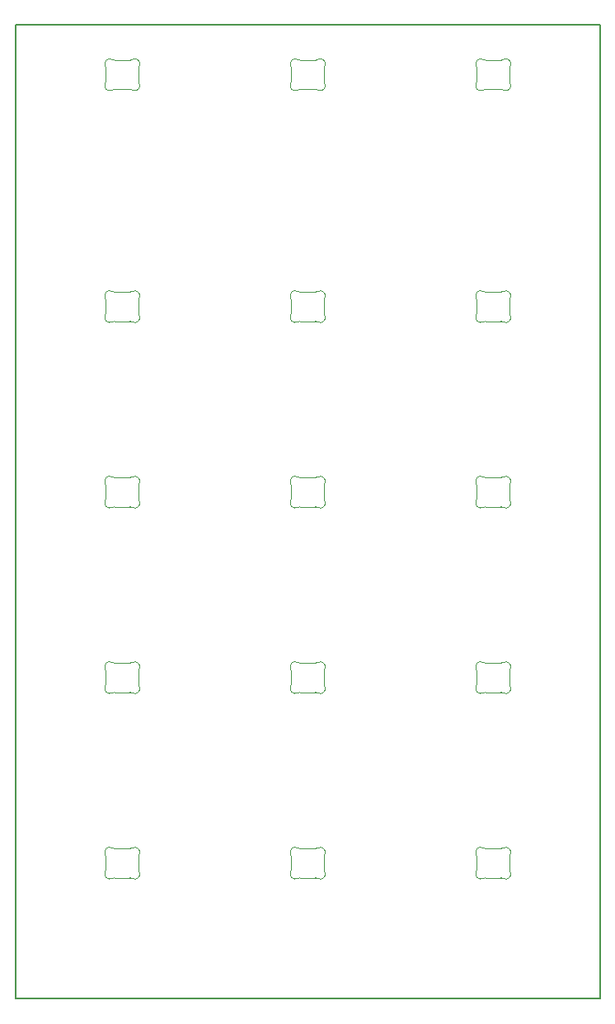
<source format=gbr>
%TF.GenerationSoftware,KiCad,Pcbnew,(6.0.2)*%
%TF.CreationDate,2022-02-17T20:40:29-08:00*%
%TF.ProjectId,keeb test board,6b656562-2074-4657-9374-20626f617264,rev?*%
%TF.SameCoordinates,Original*%
%TF.FileFunction,Profile,NP*%
%FSLAX46Y46*%
G04 Gerber Fmt 4.6, Leading zero omitted, Abs format (unit mm)*
G04 Created by KiCad (PCBNEW (6.0.2)) date 2022-02-17 20:40:29*
%MOMM*%
%LPD*%
G01*
G04 APERTURE LIST*
%TA.AperFunction,Profile*%
%ADD10C,0.200000*%
%TD*%
%TA.AperFunction,Profile*%
%ADD11C,0.100000*%
%TD*%
G04 APERTURE END LIST*
D10*
X62156320Y-56661180D02*
X122156320Y-56661180D01*
X122156320Y-56661180D02*
X122156320Y-156661180D01*
X122156320Y-156661180D02*
X62156320Y-156661180D01*
X62156320Y-156661180D02*
X62156320Y-56661180D01*
D11*
%TO.C,D11*%
X71410001Y-105352843D02*
X71410001Y-103947159D01*
X72315548Y-103150001D02*
X73904452Y-103150001D01*
X74809999Y-103947159D02*
X74809999Y-105352843D01*
X73904452Y-106150000D02*
X72315547Y-106150000D01*
X72315547Y-106150000D02*
G75*
G03*
X72063289Y-106218299I3J-500009D01*
G01*
X72063289Y-103081702D02*
G75*
G03*
X72315548Y-103150001I252261J431710D01*
G01*
X74156711Y-106218300D02*
G75*
G03*
X74859484Y-105569721I252258J431701D01*
G01*
X71360516Y-105569721D02*
G75*
G03*
X71410001Y-105352844I-450505J216876D01*
G01*
X71410001Y-103947159D02*
G75*
G03*
X71360516Y-103730281I-499990J2D01*
G01*
X74809999Y-105352843D02*
G75*
G03*
X74859484Y-105569721I499990J-2D01*
G01*
X73904452Y-103150001D02*
G75*
G03*
X74156710Y-103081702I-3J500009D01*
G01*
X71360517Y-105569721D02*
G75*
G03*
X72063289Y-106218299I450514J-216878D01*
G01*
X74156711Y-106218300D02*
G75*
G03*
X73904453Y-106150001I-252261J-431710D01*
G01*
X74859484Y-103730281D02*
G75*
G03*
X74809999Y-103947158I450505J-216876D01*
G01*
X72063289Y-103081702D02*
G75*
G03*
X71360516Y-103730282I-252259J-431700D01*
G01*
X74859484Y-103730281D02*
G75*
G03*
X74156711Y-103081704I-450515J216877D01*
G01*
%TO.C,D15*%
X112004452Y-63287500D02*
X110415547Y-63287500D01*
X110415548Y-60287501D02*
X112004452Y-60287501D01*
X112909999Y-61084659D02*
X112909999Y-62490343D01*
X109510001Y-62490343D02*
X109510001Y-61084659D01*
X110415547Y-63287500D02*
G75*
G03*
X110163289Y-63355799I3J-500009D01*
G01*
X109460516Y-62707221D02*
G75*
G03*
X109510001Y-62490344I-450505J216876D01*
G01*
X112909999Y-62490343D02*
G75*
G03*
X112959484Y-62707221I499990J-2D01*
G01*
X112256711Y-63355800D02*
G75*
G03*
X112004453Y-63287501I-252261J-431710D01*
G01*
X112256711Y-63355800D02*
G75*
G03*
X112959484Y-62707221I252258J431701D01*
G01*
X110163289Y-60219202D02*
G75*
G03*
X109460516Y-60867782I-252259J-431700D01*
G01*
X112004452Y-60287501D02*
G75*
G03*
X112256710Y-60219202I-3J500009D01*
G01*
X110163289Y-60219202D02*
G75*
G03*
X110415548Y-60287501I252261J431710D01*
G01*
X112959484Y-60867781D02*
G75*
G03*
X112256711Y-60219204I-450515J216877D01*
G01*
X112959484Y-60867781D02*
G75*
G03*
X112909999Y-61084658I450505J-216876D01*
G01*
X109460517Y-62707221D02*
G75*
G03*
X110163289Y-63355799I450514J-216878D01*
G01*
X109510001Y-61084659D02*
G75*
G03*
X109460516Y-60867781I-499990J2D01*
G01*
%TO.C,D3*%
X112909999Y-103947159D02*
X112909999Y-105352843D01*
X109510001Y-105352843D02*
X109510001Y-103947159D01*
X112004452Y-106150000D02*
X110415547Y-106150000D01*
X110415548Y-103150001D02*
X112004452Y-103150001D01*
X109460516Y-105569721D02*
G75*
G03*
X109510001Y-105352844I-450505J216876D01*
G01*
X110163289Y-103081702D02*
G75*
G03*
X110415548Y-103150001I252261J431710D01*
G01*
X112256711Y-106218300D02*
G75*
G03*
X112959484Y-105569721I252258J431701D01*
G01*
X112959484Y-103730281D02*
G75*
G03*
X112256711Y-103081704I-450515J216877D01*
G01*
X112959484Y-103730281D02*
G75*
G03*
X112909999Y-103947158I450505J-216876D01*
G01*
X110163289Y-103081702D02*
G75*
G03*
X109460516Y-103730282I-252259J-431700D01*
G01*
X109460517Y-105569721D02*
G75*
G03*
X110163289Y-106218299I450514J-216878D01*
G01*
X112004452Y-103150001D02*
G75*
G03*
X112256710Y-103081702I-3J500009D01*
G01*
X110415547Y-106150000D02*
G75*
G03*
X110163289Y-106218299I3J-500009D01*
G01*
X112909999Y-105352843D02*
G75*
G03*
X112959484Y-105569721I499990J-2D01*
G01*
X112256711Y-106218300D02*
G75*
G03*
X112004453Y-106150001I-252261J-431710D01*
G01*
X109510001Y-103947159D02*
G75*
G03*
X109460516Y-103730281I-499990J2D01*
G01*
%TO.C,D7*%
X91365548Y-122200001D02*
X92954452Y-122200001D01*
X93859999Y-122997159D02*
X93859999Y-124402843D01*
X92954452Y-125200000D02*
X91365547Y-125200000D01*
X90460001Y-124402843D02*
X90460001Y-122997159D01*
X91365547Y-125200000D02*
G75*
G03*
X91113289Y-125268299I3J-500009D01*
G01*
X93909484Y-122780281D02*
G75*
G03*
X93206711Y-122131704I-450515J216877D01*
G01*
X93909484Y-122780281D02*
G75*
G03*
X93859999Y-122997158I450505J-216876D01*
G01*
X91113289Y-122131702D02*
G75*
G03*
X91365548Y-122200001I252261J431710D01*
G01*
X90410517Y-124619721D02*
G75*
G03*
X91113289Y-125268299I450514J-216878D01*
G01*
X90460001Y-122997159D02*
G75*
G03*
X90410516Y-122780281I-499990J2D01*
G01*
X93859999Y-124402843D02*
G75*
G03*
X93909484Y-124619721I499990J-2D01*
G01*
X90410516Y-124619721D02*
G75*
G03*
X90460001Y-124402844I-450505J216876D01*
G01*
X93206711Y-125268300D02*
G75*
G03*
X92954453Y-125200001I-252261J-431710D01*
G01*
X91113289Y-122131702D02*
G75*
G03*
X90410516Y-122780282I-252259J-431700D01*
G01*
X92954452Y-122200001D02*
G75*
G03*
X93206710Y-122131702I-3J500009D01*
G01*
X93206711Y-125268300D02*
G75*
G03*
X93909484Y-124619721I252258J431701D01*
G01*
%TO.C,D14*%
X91365548Y-60287501D02*
X92954452Y-60287501D01*
X92954452Y-63287500D02*
X91365547Y-63287500D01*
X90460001Y-62490343D02*
X90460001Y-61084659D01*
X93859999Y-61084659D02*
X93859999Y-62490343D01*
X93909484Y-60867781D02*
G75*
G03*
X93206711Y-60219204I-450515J216877D01*
G01*
X91113289Y-60219202D02*
G75*
G03*
X90410516Y-60867782I-252259J-431700D01*
G01*
X93909484Y-60867781D02*
G75*
G03*
X93859999Y-61084658I450505J-216876D01*
G01*
X92954452Y-60287501D02*
G75*
G03*
X93206710Y-60219202I-3J500009D01*
G01*
X91113289Y-60219202D02*
G75*
G03*
X91365548Y-60287501I252261J431710D01*
G01*
X93859999Y-62490343D02*
G75*
G03*
X93909484Y-62707221I499990J-2D01*
G01*
X91365547Y-63287500D02*
G75*
G03*
X91113289Y-63355799I3J-500009D01*
G01*
X90410517Y-62707221D02*
G75*
G03*
X91113289Y-63355799I450514J-216878D01*
G01*
X93206711Y-63355800D02*
G75*
G03*
X92954453Y-63287501I-252261J-431710D01*
G01*
X90410516Y-62707221D02*
G75*
G03*
X90460001Y-62490344I-450505J216876D01*
G01*
X93206711Y-63355800D02*
G75*
G03*
X93909484Y-62707221I252258J431701D01*
G01*
X90460001Y-61084659D02*
G75*
G03*
X90410516Y-60867781I-499990J2D01*
G01*
%TO.C,D2*%
X112909999Y-122997159D02*
X112909999Y-124402843D01*
X110415548Y-122200001D02*
X112004452Y-122200001D01*
X109510001Y-124402843D02*
X109510001Y-122997159D01*
X112004452Y-125200000D02*
X110415547Y-125200000D01*
X109460516Y-124619721D02*
G75*
G03*
X109510001Y-124402844I-450505J216876D01*
G01*
X109460517Y-124619721D02*
G75*
G03*
X110163289Y-125268299I450514J-216878D01*
G01*
X112909999Y-124402843D02*
G75*
G03*
X112959484Y-124619721I499990J-2D01*
G01*
X110163289Y-122131702D02*
G75*
G03*
X109460516Y-122780282I-252259J-431700D01*
G01*
X112256711Y-125268300D02*
G75*
G03*
X112004453Y-125200001I-252261J-431710D01*
G01*
X112959484Y-122780281D02*
G75*
G03*
X112909999Y-122997158I450505J-216876D01*
G01*
X110163289Y-122131702D02*
G75*
G03*
X110415548Y-122200001I252261J431710D01*
G01*
X109510001Y-122997159D02*
G75*
G03*
X109460516Y-122780281I-499990J2D01*
G01*
X112959484Y-122780281D02*
G75*
G03*
X112256711Y-122131704I-450515J216877D01*
G01*
X112256711Y-125268300D02*
G75*
G03*
X112959484Y-124619721I252258J431701D01*
G01*
X112004452Y-122200001D02*
G75*
G03*
X112256710Y-122131702I-3J500009D01*
G01*
X110415547Y-125200000D02*
G75*
G03*
X110163289Y-125268299I3J-500009D01*
G01*
%TO.C,D6*%
X91365548Y-103150001D02*
X92954452Y-103150001D01*
X92954452Y-106150000D02*
X91365547Y-106150000D01*
X90460001Y-105352843D02*
X90460001Y-103947159D01*
X93859999Y-103947159D02*
X93859999Y-105352843D01*
X90410517Y-105569721D02*
G75*
G03*
X91113289Y-106218299I450514J-216878D01*
G01*
X91113289Y-103081702D02*
G75*
G03*
X91365548Y-103150001I252261J431710D01*
G01*
X93206711Y-106218300D02*
G75*
G03*
X92954453Y-106150001I-252261J-431710D01*
G01*
X93859999Y-105352843D02*
G75*
G03*
X93909484Y-105569721I499990J-2D01*
G01*
X90460001Y-103947159D02*
G75*
G03*
X90410516Y-103730281I-499990J2D01*
G01*
X92954452Y-103150001D02*
G75*
G03*
X93206710Y-103081702I-3J500009D01*
G01*
X91365547Y-106150000D02*
G75*
G03*
X91113289Y-106218299I3J-500009D01*
G01*
X93206711Y-106218300D02*
G75*
G03*
X93909484Y-105569721I252258J431701D01*
G01*
X93909484Y-103730281D02*
G75*
G03*
X93206711Y-103081704I-450515J216877D01*
G01*
X91113289Y-103081702D02*
G75*
G03*
X90410516Y-103730282I-252259J-431700D01*
G01*
X93909484Y-103730281D02*
G75*
G03*
X93859999Y-103947158I450505J-216876D01*
G01*
X90410516Y-105569721D02*
G75*
G03*
X90460001Y-105352844I-450505J216876D01*
G01*
%TO.C,D8*%
X91365548Y-141250001D02*
X92954452Y-141250001D01*
X92954452Y-144250000D02*
X91365547Y-144250000D01*
X93859999Y-142047159D02*
X93859999Y-143452843D01*
X90460001Y-143452843D02*
X90460001Y-142047159D01*
X90460001Y-142047159D02*
G75*
G03*
X90410516Y-141830281I-499990J2D01*
G01*
X91113289Y-141181702D02*
G75*
G03*
X90410516Y-141830282I-252259J-431700D01*
G01*
X90410517Y-143669721D02*
G75*
G03*
X91113289Y-144318299I450514J-216878D01*
G01*
X91365547Y-144250000D02*
G75*
G03*
X91113289Y-144318299I3J-500009D01*
G01*
X90410516Y-143669721D02*
G75*
G03*
X90460001Y-143452844I-450505J216876D01*
G01*
X91113289Y-141181702D02*
G75*
G03*
X91365548Y-141250001I252261J431710D01*
G01*
X93859999Y-143452843D02*
G75*
G03*
X93909484Y-143669721I499990J-2D01*
G01*
X93909484Y-141830281D02*
G75*
G03*
X93206711Y-141181704I-450515J216877D01*
G01*
X93206711Y-144318300D02*
G75*
G03*
X92954453Y-144250001I-252261J-431710D01*
G01*
X92954452Y-141250001D02*
G75*
G03*
X93206710Y-141181702I-3J500009D01*
G01*
X93206711Y-144318300D02*
G75*
G03*
X93909484Y-143669721I252258J431701D01*
G01*
X93909484Y-141830281D02*
G75*
G03*
X93859999Y-142047158I450505J-216876D01*
G01*
%TO.C,D13*%
X72315548Y-60287501D02*
X73904452Y-60287501D01*
X73904452Y-63287500D02*
X72315547Y-63287500D01*
X71410001Y-62490343D02*
X71410001Y-61084659D01*
X74809999Y-61084659D02*
X74809999Y-62490343D01*
X72063289Y-60219202D02*
G75*
G03*
X72315548Y-60287501I252261J431710D01*
G01*
X71360517Y-62707221D02*
G75*
G03*
X72063289Y-63355799I450514J-216878D01*
G01*
X74809999Y-62490343D02*
G75*
G03*
X74859484Y-62707221I499990J-2D01*
G01*
X74859484Y-60867781D02*
G75*
G03*
X74809999Y-61084658I450505J-216876D01*
G01*
X73904452Y-60287501D02*
G75*
G03*
X74156710Y-60219202I-3J500009D01*
G01*
X74156711Y-63355800D02*
G75*
G03*
X73904453Y-63287501I-252261J-431710D01*
G01*
X71410001Y-61084659D02*
G75*
G03*
X71360516Y-60867781I-499990J2D01*
G01*
X72063289Y-60219202D02*
G75*
G03*
X71360516Y-60867782I-252259J-431700D01*
G01*
X74156711Y-63355800D02*
G75*
G03*
X74859484Y-62707221I252258J431701D01*
G01*
X72315547Y-63287500D02*
G75*
G03*
X72063289Y-63355799I3J-500009D01*
G01*
X74859484Y-60867781D02*
G75*
G03*
X74156711Y-60219204I-450515J216877D01*
G01*
X71360516Y-62707221D02*
G75*
G03*
X71410001Y-62490344I-450505J216876D01*
G01*
%TO.C,D1*%
X109510001Y-143452843D02*
X109510001Y-142047159D01*
X112909999Y-142047159D02*
X112909999Y-143452843D01*
X110415548Y-141250001D02*
X112004452Y-141250001D01*
X112004452Y-144250000D02*
X110415547Y-144250000D01*
X112959484Y-141830281D02*
G75*
G03*
X112256711Y-141181704I-450515J216877D01*
G01*
X109460517Y-143669721D02*
G75*
G03*
X110163289Y-144318299I450514J-216878D01*
G01*
X110163289Y-141181702D02*
G75*
G03*
X109460516Y-141830282I-252259J-431700D01*
G01*
X110415547Y-144250000D02*
G75*
G03*
X110163289Y-144318299I3J-500009D01*
G01*
X112256711Y-144318300D02*
G75*
G03*
X112004453Y-144250001I-252261J-431710D01*
G01*
X112959484Y-141830281D02*
G75*
G03*
X112909999Y-142047158I450505J-216876D01*
G01*
X112909999Y-143452843D02*
G75*
G03*
X112959484Y-143669721I499990J-2D01*
G01*
X109510001Y-142047159D02*
G75*
G03*
X109460516Y-141830281I-499990J2D01*
G01*
X109460516Y-143669721D02*
G75*
G03*
X109510001Y-143452844I-450505J216876D01*
G01*
X112004452Y-141250001D02*
G75*
G03*
X112256710Y-141181702I-3J500009D01*
G01*
X110163289Y-141181702D02*
G75*
G03*
X110415548Y-141250001I252261J431710D01*
G01*
X112256711Y-144318300D02*
G75*
G03*
X112959484Y-143669721I252258J431701D01*
G01*
%TO.C,D12*%
X71410001Y-86302843D02*
X71410001Y-84897159D01*
X73904452Y-87100000D02*
X72315547Y-87100000D01*
X72315548Y-84100001D02*
X73904452Y-84100001D01*
X74809999Y-84897159D02*
X74809999Y-86302843D01*
X71360516Y-86519721D02*
G75*
G03*
X71410001Y-86302844I-450505J216876D01*
G01*
X74859484Y-84680281D02*
G75*
G03*
X74809999Y-84897158I450505J-216876D01*
G01*
X74859484Y-84680281D02*
G75*
G03*
X74156711Y-84031704I-450515J216877D01*
G01*
X72315547Y-87100000D02*
G75*
G03*
X72063289Y-87168299I3J-500009D01*
G01*
X73904452Y-84100001D02*
G75*
G03*
X74156710Y-84031702I-3J500009D01*
G01*
X74809999Y-86302843D02*
G75*
G03*
X74859484Y-86519721I499990J-2D01*
G01*
X74156711Y-87168300D02*
G75*
G03*
X74859484Y-86519721I252258J431701D01*
G01*
X72063289Y-84031702D02*
G75*
G03*
X71360516Y-84680282I-252259J-431700D01*
G01*
X72063289Y-84031702D02*
G75*
G03*
X72315548Y-84100001I252261J431710D01*
G01*
X71360517Y-86519721D02*
G75*
G03*
X72063289Y-87168299I450514J-216878D01*
G01*
X74156711Y-87168300D02*
G75*
G03*
X73904453Y-87100001I-252261J-431710D01*
G01*
X71410001Y-84897159D02*
G75*
G03*
X71360516Y-84680281I-499990J2D01*
G01*
%TO.C,D9*%
X72315548Y-141250001D02*
X73904452Y-141250001D01*
X71410001Y-143452843D02*
X71410001Y-142047159D01*
X74809999Y-142047159D02*
X74809999Y-143452843D01*
X73904452Y-144250000D02*
X72315547Y-144250000D01*
X72063289Y-141181702D02*
G75*
G03*
X71360516Y-141830282I-252259J-431700D01*
G01*
X74859484Y-141830281D02*
G75*
G03*
X74156711Y-141181704I-450515J216877D01*
G01*
X71360516Y-143669721D02*
G75*
G03*
X71410001Y-143452844I-450505J216876D01*
G01*
X71360517Y-143669721D02*
G75*
G03*
X72063289Y-144318299I450514J-216878D01*
G01*
X74809999Y-143452843D02*
G75*
G03*
X74859484Y-143669721I499990J-2D01*
G01*
X71410001Y-142047159D02*
G75*
G03*
X71360516Y-141830281I-499990J2D01*
G01*
X72063289Y-141181702D02*
G75*
G03*
X72315548Y-141250001I252261J431710D01*
G01*
X73904452Y-141250001D02*
G75*
G03*
X74156710Y-141181702I-3J500009D01*
G01*
X74156711Y-144318300D02*
G75*
G03*
X74859484Y-143669721I252258J431701D01*
G01*
X74859484Y-141830281D02*
G75*
G03*
X74809999Y-142047158I450505J-216876D01*
G01*
X72315547Y-144250000D02*
G75*
G03*
X72063289Y-144318299I3J-500009D01*
G01*
X74156711Y-144318300D02*
G75*
G03*
X73904453Y-144250001I-252261J-431710D01*
G01*
%TO.C,D10*%
X71410001Y-124402843D02*
X71410001Y-122997159D01*
X74809999Y-122997159D02*
X74809999Y-124402843D01*
X72315548Y-122200001D02*
X73904452Y-122200001D01*
X73904452Y-125200000D02*
X72315547Y-125200000D01*
X72315547Y-125200000D02*
G75*
G03*
X72063289Y-125268299I3J-500009D01*
G01*
X74809999Y-124402843D02*
G75*
G03*
X74859484Y-124619721I499990J-2D01*
G01*
X71410001Y-122997159D02*
G75*
G03*
X71360516Y-122780281I-499990J2D01*
G01*
X74859484Y-122780281D02*
G75*
G03*
X74156711Y-122131704I-450515J216877D01*
G01*
X71360516Y-124619721D02*
G75*
G03*
X71410001Y-124402844I-450505J216876D01*
G01*
X74156711Y-125268300D02*
G75*
G03*
X73904453Y-125200001I-252261J-431710D01*
G01*
X74156711Y-125268300D02*
G75*
G03*
X74859484Y-124619721I252258J431701D01*
G01*
X73904452Y-122200001D02*
G75*
G03*
X74156710Y-122131702I-3J500009D01*
G01*
X72063289Y-122131702D02*
G75*
G03*
X71360516Y-122780282I-252259J-431700D01*
G01*
X72063289Y-122131702D02*
G75*
G03*
X72315548Y-122200001I252261J431710D01*
G01*
X74859484Y-122780281D02*
G75*
G03*
X74809999Y-122997158I450505J-216876D01*
G01*
X71360517Y-124619721D02*
G75*
G03*
X72063289Y-125268299I450514J-216878D01*
G01*
%TO.C,D4*%
X109510001Y-86302843D02*
X109510001Y-84897159D01*
X112909999Y-84897159D02*
X112909999Y-86302843D01*
X110415548Y-84100001D02*
X112004452Y-84100001D01*
X112004452Y-87100000D02*
X110415547Y-87100000D01*
X109460516Y-86519721D02*
G75*
G03*
X109510001Y-86302844I-450505J216876D01*
G01*
X110163289Y-84031702D02*
G75*
G03*
X110415548Y-84100001I252261J431710D01*
G01*
X112909999Y-86302843D02*
G75*
G03*
X112959484Y-86519721I499990J-2D01*
G01*
X112004452Y-84100001D02*
G75*
G03*
X112256710Y-84031702I-3J500009D01*
G01*
X112959484Y-84680281D02*
G75*
G03*
X112256711Y-84031704I-450515J216877D01*
G01*
X112256711Y-87168300D02*
G75*
G03*
X112004453Y-87100001I-252261J-431710D01*
G01*
X109460517Y-86519721D02*
G75*
G03*
X110163289Y-87168299I450514J-216878D01*
G01*
X110415547Y-87100000D02*
G75*
G03*
X110163289Y-87168299I3J-500009D01*
G01*
X110163289Y-84031702D02*
G75*
G03*
X109460516Y-84680282I-252259J-431700D01*
G01*
X112256711Y-87168300D02*
G75*
G03*
X112959484Y-86519721I252258J431701D01*
G01*
X112959484Y-84680281D02*
G75*
G03*
X112909999Y-84897158I450505J-216876D01*
G01*
X109510001Y-84897159D02*
G75*
G03*
X109460516Y-84680281I-499990J2D01*
G01*
%TO.C,D5*%
X93859999Y-84897159D02*
X93859999Y-86302843D01*
X92954452Y-87100000D02*
X91365547Y-87100000D01*
X91365548Y-84100001D02*
X92954452Y-84100001D01*
X90460001Y-86302843D02*
X90460001Y-84897159D01*
X91113289Y-84031702D02*
G75*
G03*
X90410516Y-84680282I-252259J-431700D01*
G01*
X93206711Y-87168300D02*
G75*
G03*
X93909484Y-86519721I252258J431701D01*
G01*
X93909484Y-84680281D02*
G75*
G03*
X93206711Y-84031704I-450515J216877D01*
G01*
X90410516Y-86519721D02*
G75*
G03*
X90460001Y-86302844I-450505J216876D01*
G01*
X93909484Y-84680281D02*
G75*
G03*
X93859999Y-84897158I450505J-216876D01*
G01*
X90460001Y-84897159D02*
G75*
G03*
X90410516Y-84680281I-499990J2D01*
G01*
X93859999Y-86302843D02*
G75*
G03*
X93909484Y-86519721I499990J-2D01*
G01*
X92954452Y-84100001D02*
G75*
G03*
X93206710Y-84031702I-3J500009D01*
G01*
X90410517Y-86519721D02*
G75*
G03*
X91113289Y-87168299I450514J-216878D01*
G01*
X93206711Y-87168300D02*
G75*
G03*
X92954453Y-87100001I-252261J-431710D01*
G01*
X91113289Y-84031702D02*
G75*
G03*
X91365548Y-84100001I252261J431710D01*
G01*
X91365547Y-87100000D02*
G75*
G03*
X91113289Y-87168299I3J-500009D01*
G01*
%TD*%
M02*

</source>
